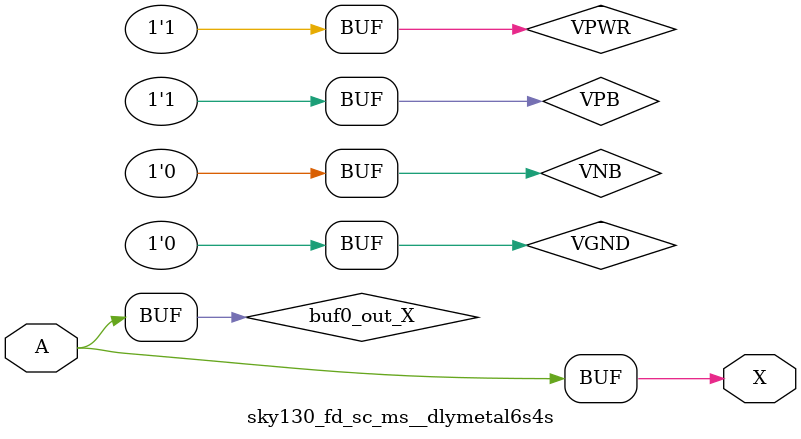
<source format=v>
/*
 * Copyright 2020 The SkyWater PDK Authors
 *
 * Licensed under the Apache License, Version 2.0 (the "License");
 * you may not use this file except in compliance with the License.
 * You may obtain a copy of the License at
 *
 *     https://www.apache.org/licenses/LICENSE-2.0
 *
 * Unless required by applicable law or agreed to in writing, software
 * distributed under the License is distributed on an "AS IS" BASIS,
 * WITHOUT WARRANTIES OR CONDITIONS OF ANY KIND, either express or implied.
 * See the License for the specific language governing permissions and
 * limitations under the License.
 *
 * SPDX-License-Identifier: Apache-2.0
*/


`ifndef SKY130_FD_SC_MS__DLYMETAL6S4S_TIMING_V
`define SKY130_FD_SC_MS__DLYMETAL6S4S_TIMING_V

/**
 * dlymetal6s4s: 6-inverter delay with output from 4th inverter on
 *               horizontal route.
 *
 * Verilog simulation timing model.
 */

`timescale 1ns / 1ps
`default_nettype none

`celldefine
module sky130_fd_sc_ms__dlymetal6s4s (
    X,
    A
);

    // Module ports
    output X;
    input  A;

    // Module supplies
    supply1 VPWR;
    supply0 VGND;
    supply1 VPB ;
    supply0 VNB ;

    // Local signals
    wire buf0_out_X;

    //  Name  Output      Other arguments
    buf buf0 (buf0_out_X, A              );
    buf buf1 (X         , buf0_out_X     );

endmodule
`endcelldefine

`default_nettype wire
`endif  // SKY130_FD_SC_MS__DLYMETAL6S4S_TIMING_V

</source>
